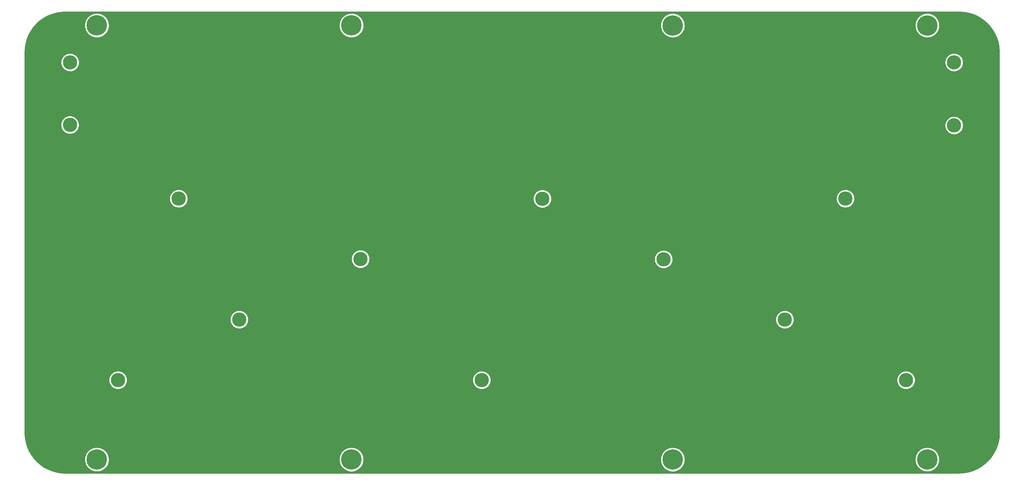
<source format=gbr>
G04 #@! TF.GenerationSoftware,KiCad,Pcbnew,5.1.6*
G04 #@! TF.CreationDate,2020-06-17T15:08:40+02:00*
G04 #@! TF.ProjectId,punk75_bottom,70756e6b-3735-45f6-926f-74746f6d2e6b,rev?*
G04 #@! TF.SameCoordinates,Original*
G04 #@! TF.FileFunction,Copper,L1,Top*
G04 #@! TF.FilePolarity,Positive*
%FSLAX46Y46*%
G04 Gerber Fmt 4.6, Leading zero omitted, Abs format (unit mm)*
G04 Created by KiCad (PCBNEW 5.1.6) date 2020-06-17 15:08:40*
%MOMM*%
%LPD*%
G01*
G04 APERTURE LIST*
G04 #@! TA.AperFunction,ComponentPad*
%ADD10C,6.400000*%
G04 #@! TD*
G04 #@! TA.AperFunction,ComponentPad*
%ADD11C,4.500000*%
G04 #@! TD*
G04 #@! TA.AperFunction,NonConductor*
%ADD12C,0.254000*%
G04 #@! TD*
G04 APERTURE END LIST*
D10*
X352750000Y-99500000D03*
X272750000Y-99500000D03*
X171760000Y-99480000D03*
X91750000Y-99480000D03*
X272750000Y-236130000D03*
X171770000Y-236120000D03*
X91760000Y-236110000D03*
X352740000Y-236110000D03*
D11*
X307975000Y-192087500D03*
X136525000Y-192087500D03*
X361156250Y-130968750D03*
X361156250Y-111125000D03*
X83312000Y-130810000D03*
X83343750Y-111125000D03*
X231775000Y-154051000D03*
X327025000Y-154000000D03*
X346075000Y-211137500D03*
X212725000Y-211137500D03*
X174625000Y-173037500D03*
X269875000Y-173101000D03*
X98425000Y-211137500D03*
X117475000Y-154010000D03*
D12*
G36*
X364136356Y-95310226D02*
G01*
X365507196Y-95538397D01*
X366844729Y-95915620D01*
X368132783Y-96437335D01*
X369355814Y-97097246D01*
X370499047Y-97887383D01*
X371548665Y-98798195D01*
X372491994Y-99818683D01*
X373317651Y-100936533D01*
X374015651Y-102138228D01*
X374577566Y-103409255D01*
X374996618Y-104734286D01*
X375267735Y-106097280D01*
X375388896Y-107496224D01*
X375395001Y-107884816D01*
X375395000Y-227715050D01*
X375317524Y-229122847D01*
X375089353Y-230493695D01*
X374712130Y-231831230D01*
X374190411Y-233119290D01*
X373530500Y-234342321D01*
X372740370Y-235485543D01*
X371829559Y-236535160D01*
X370809067Y-237478494D01*
X369691217Y-238304151D01*
X368489522Y-239002151D01*
X367218492Y-239564067D01*
X365893465Y-239983118D01*
X364530468Y-240254235D01*
X363131528Y-240375396D01*
X362742998Y-240381500D01*
X81781450Y-240381500D01*
X80373653Y-240304024D01*
X79002805Y-240075853D01*
X77665270Y-239698630D01*
X76377210Y-239176911D01*
X75154179Y-238517000D01*
X74010957Y-237726870D01*
X72961340Y-236816059D01*
X72018006Y-235795567D01*
X71971266Y-235732285D01*
X87925000Y-235732285D01*
X87925000Y-236487715D01*
X88072377Y-237228628D01*
X88361467Y-237926554D01*
X88781161Y-238554670D01*
X89315330Y-239088839D01*
X89943446Y-239508533D01*
X90641372Y-239797623D01*
X91382285Y-239945000D01*
X92137715Y-239945000D01*
X92878628Y-239797623D01*
X93576554Y-239508533D01*
X94204670Y-239088839D01*
X94738839Y-238554670D01*
X95158533Y-237926554D01*
X95447623Y-237228628D01*
X95595000Y-236487715D01*
X95595000Y-235742285D01*
X167935000Y-235742285D01*
X167935000Y-236497715D01*
X168082377Y-237238628D01*
X168371467Y-237936554D01*
X168791161Y-238564670D01*
X169325330Y-239098839D01*
X169953446Y-239518533D01*
X170651372Y-239807623D01*
X171392285Y-239955000D01*
X172147715Y-239955000D01*
X172888628Y-239807623D01*
X173586554Y-239518533D01*
X174214670Y-239098839D01*
X174748839Y-238564670D01*
X175168533Y-237936554D01*
X175457623Y-237238628D01*
X175605000Y-236497715D01*
X175605000Y-235752285D01*
X268915000Y-235752285D01*
X268915000Y-236507715D01*
X269062377Y-237248628D01*
X269351467Y-237946554D01*
X269771161Y-238574670D01*
X270305330Y-239108839D01*
X270933446Y-239528533D01*
X271631372Y-239817623D01*
X272372285Y-239965000D01*
X273127715Y-239965000D01*
X273868628Y-239817623D01*
X274566554Y-239528533D01*
X275194670Y-239108839D01*
X275728839Y-238574670D01*
X276148533Y-237946554D01*
X276437623Y-237248628D01*
X276585000Y-236507715D01*
X276585000Y-235752285D01*
X276581022Y-235732285D01*
X348905000Y-235732285D01*
X348905000Y-236487715D01*
X349052377Y-237228628D01*
X349341467Y-237926554D01*
X349761161Y-238554670D01*
X350295330Y-239088839D01*
X350923446Y-239508533D01*
X351621372Y-239797623D01*
X352362285Y-239945000D01*
X353117715Y-239945000D01*
X353858628Y-239797623D01*
X354556554Y-239508533D01*
X355184670Y-239088839D01*
X355718839Y-238554670D01*
X356138533Y-237926554D01*
X356427623Y-237228628D01*
X356575000Y-236487715D01*
X356575000Y-235732285D01*
X356427623Y-234991372D01*
X356138533Y-234293446D01*
X355718839Y-233665330D01*
X355184670Y-233131161D01*
X354556554Y-232711467D01*
X353858628Y-232422377D01*
X353117715Y-232275000D01*
X352362285Y-232275000D01*
X351621372Y-232422377D01*
X350923446Y-232711467D01*
X350295330Y-233131161D01*
X349761161Y-233665330D01*
X349341467Y-234293446D01*
X349052377Y-234991372D01*
X348905000Y-235732285D01*
X276581022Y-235732285D01*
X276437623Y-235011372D01*
X276148533Y-234313446D01*
X275728839Y-233685330D01*
X275194670Y-233151161D01*
X274566554Y-232731467D01*
X273868628Y-232442377D01*
X273127715Y-232295000D01*
X272372285Y-232295000D01*
X271631372Y-232442377D01*
X270933446Y-232731467D01*
X270305330Y-233151161D01*
X269771161Y-233685330D01*
X269351467Y-234313446D01*
X269062377Y-235011372D01*
X268915000Y-235752285D01*
X175605000Y-235752285D01*
X175605000Y-235742285D01*
X175457623Y-235001372D01*
X175168533Y-234303446D01*
X174748839Y-233675330D01*
X174214670Y-233141161D01*
X173586554Y-232721467D01*
X172888628Y-232432377D01*
X172147715Y-232285000D01*
X171392285Y-232285000D01*
X170651372Y-232432377D01*
X169953446Y-232721467D01*
X169325330Y-233141161D01*
X168791161Y-233675330D01*
X168371467Y-234303446D01*
X168082377Y-235001372D01*
X167935000Y-235742285D01*
X95595000Y-235742285D01*
X95595000Y-235732285D01*
X95447623Y-234991372D01*
X95158533Y-234293446D01*
X94738839Y-233665330D01*
X94204670Y-233131161D01*
X93576554Y-232711467D01*
X92878628Y-232422377D01*
X92137715Y-232275000D01*
X91382285Y-232275000D01*
X90641372Y-232422377D01*
X89943446Y-232711467D01*
X89315330Y-233131161D01*
X88781161Y-233665330D01*
X88361467Y-234293446D01*
X88072377Y-234991372D01*
X87925000Y-235732285D01*
X71971266Y-235732285D01*
X71192349Y-234677717D01*
X70494349Y-233476022D01*
X69932433Y-232204992D01*
X69513382Y-230879965D01*
X69242265Y-229516968D01*
X69121104Y-228118028D01*
X69115000Y-227729498D01*
X69115000Y-210853352D01*
X95540000Y-210853352D01*
X95540000Y-211421648D01*
X95650869Y-211979023D01*
X95868346Y-212504060D01*
X96184074Y-212976580D01*
X96585920Y-213378426D01*
X97058440Y-213694154D01*
X97583477Y-213911631D01*
X98140852Y-214022500D01*
X98709148Y-214022500D01*
X99266523Y-213911631D01*
X99791560Y-213694154D01*
X100264080Y-213378426D01*
X100665926Y-212976580D01*
X100981654Y-212504060D01*
X101199131Y-211979023D01*
X101310000Y-211421648D01*
X101310000Y-210853352D01*
X209840000Y-210853352D01*
X209840000Y-211421648D01*
X209950869Y-211979023D01*
X210168346Y-212504060D01*
X210484074Y-212976580D01*
X210885920Y-213378426D01*
X211358440Y-213694154D01*
X211883477Y-213911631D01*
X212440852Y-214022500D01*
X213009148Y-214022500D01*
X213566523Y-213911631D01*
X214091560Y-213694154D01*
X214564080Y-213378426D01*
X214965926Y-212976580D01*
X215281654Y-212504060D01*
X215499131Y-211979023D01*
X215610000Y-211421648D01*
X215610000Y-210853352D01*
X343190000Y-210853352D01*
X343190000Y-211421648D01*
X343300869Y-211979023D01*
X343518346Y-212504060D01*
X343834074Y-212976580D01*
X344235920Y-213378426D01*
X344708440Y-213694154D01*
X345233477Y-213911631D01*
X345790852Y-214022500D01*
X346359148Y-214022500D01*
X346916523Y-213911631D01*
X347441560Y-213694154D01*
X347914080Y-213378426D01*
X348315926Y-212976580D01*
X348631654Y-212504060D01*
X348849131Y-211979023D01*
X348960000Y-211421648D01*
X348960000Y-210853352D01*
X348849131Y-210295977D01*
X348631654Y-209770940D01*
X348315926Y-209298420D01*
X347914080Y-208896574D01*
X347441560Y-208580846D01*
X346916523Y-208363369D01*
X346359148Y-208252500D01*
X345790852Y-208252500D01*
X345233477Y-208363369D01*
X344708440Y-208580846D01*
X344235920Y-208896574D01*
X343834074Y-209298420D01*
X343518346Y-209770940D01*
X343300869Y-210295977D01*
X343190000Y-210853352D01*
X215610000Y-210853352D01*
X215499131Y-210295977D01*
X215281654Y-209770940D01*
X214965926Y-209298420D01*
X214564080Y-208896574D01*
X214091560Y-208580846D01*
X213566523Y-208363369D01*
X213009148Y-208252500D01*
X212440852Y-208252500D01*
X211883477Y-208363369D01*
X211358440Y-208580846D01*
X210885920Y-208896574D01*
X210484074Y-209298420D01*
X210168346Y-209770940D01*
X209950869Y-210295977D01*
X209840000Y-210853352D01*
X101310000Y-210853352D01*
X101199131Y-210295977D01*
X100981654Y-209770940D01*
X100665926Y-209298420D01*
X100264080Y-208896574D01*
X99791560Y-208580846D01*
X99266523Y-208363369D01*
X98709148Y-208252500D01*
X98140852Y-208252500D01*
X97583477Y-208363369D01*
X97058440Y-208580846D01*
X96585920Y-208896574D01*
X96184074Y-209298420D01*
X95868346Y-209770940D01*
X95650869Y-210295977D01*
X95540000Y-210853352D01*
X69115000Y-210853352D01*
X69115000Y-191803352D01*
X133640000Y-191803352D01*
X133640000Y-192371648D01*
X133750869Y-192929023D01*
X133968346Y-193454060D01*
X134284074Y-193926580D01*
X134685920Y-194328426D01*
X135158440Y-194644154D01*
X135683477Y-194861631D01*
X136240852Y-194972500D01*
X136809148Y-194972500D01*
X137366523Y-194861631D01*
X137891560Y-194644154D01*
X138364080Y-194328426D01*
X138765926Y-193926580D01*
X139081654Y-193454060D01*
X139299131Y-192929023D01*
X139410000Y-192371648D01*
X139410000Y-191803352D01*
X305090000Y-191803352D01*
X305090000Y-192371648D01*
X305200869Y-192929023D01*
X305418346Y-193454060D01*
X305734074Y-193926580D01*
X306135920Y-194328426D01*
X306608440Y-194644154D01*
X307133477Y-194861631D01*
X307690852Y-194972500D01*
X308259148Y-194972500D01*
X308816523Y-194861631D01*
X309341560Y-194644154D01*
X309814080Y-194328426D01*
X310215926Y-193926580D01*
X310531654Y-193454060D01*
X310749131Y-192929023D01*
X310860000Y-192371648D01*
X310860000Y-191803352D01*
X310749131Y-191245977D01*
X310531654Y-190720940D01*
X310215926Y-190248420D01*
X309814080Y-189846574D01*
X309341560Y-189530846D01*
X308816523Y-189313369D01*
X308259148Y-189202500D01*
X307690852Y-189202500D01*
X307133477Y-189313369D01*
X306608440Y-189530846D01*
X306135920Y-189846574D01*
X305734074Y-190248420D01*
X305418346Y-190720940D01*
X305200869Y-191245977D01*
X305090000Y-191803352D01*
X139410000Y-191803352D01*
X139299131Y-191245977D01*
X139081654Y-190720940D01*
X138765926Y-190248420D01*
X138364080Y-189846574D01*
X137891560Y-189530846D01*
X137366523Y-189313369D01*
X136809148Y-189202500D01*
X136240852Y-189202500D01*
X135683477Y-189313369D01*
X135158440Y-189530846D01*
X134685920Y-189846574D01*
X134284074Y-190248420D01*
X133968346Y-190720940D01*
X133750869Y-191245977D01*
X133640000Y-191803352D01*
X69115000Y-191803352D01*
X69115000Y-172753352D01*
X171740000Y-172753352D01*
X171740000Y-173321648D01*
X171850869Y-173879023D01*
X172068346Y-174404060D01*
X172384074Y-174876580D01*
X172785920Y-175278426D01*
X173258440Y-175594154D01*
X173783477Y-175811631D01*
X174340852Y-175922500D01*
X174909148Y-175922500D01*
X175466523Y-175811631D01*
X175991560Y-175594154D01*
X176464080Y-175278426D01*
X176865926Y-174876580D01*
X177181654Y-174404060D01*
X177399131Y-173879023D01*
X177510000Y-173321648D01*
X177510000Y-172816852D01*
X266990000Y-172816852D01*
X266990000Y-173385148D01*
X267100869Y-173942523D01*
X267318346Y-174467560D01*
X267634074Y-174940080D01*
X268035920Y-175341926D01*
X268508440Y-175657654D01*
X269033477Y-175875131D01*
X269590852Y-175986000D01*
X270159148Y-175986000D01*
X270716523Y-175875131D01*
X271241560Y-175657654D01*
X271714080Y-175341926D01*
X272115926Y-174940080D01*
X272431654Y-174467560D01*
X272649131Y-173942523D01*
X272760000Y-173385148D01*
X272760000Y-172816852D01*
X272649131Y-172259477D01*
X272431654Y-171734440D01*
X272115926Y-171261920D01*
X271714080Y-170860074D01*
X271241560Y-170544346D01*
X270716523Y-170326869D01*
X270159148Y-170216000D01*
X269590852Y-170216000D01*
X269033477Y-170326869D01*
X268508440Y-170544346D01*
X268035920Y-170860074D01*
X267634074Y-171261920D01*
X267318346Y-171734440D01*
X267100869Y-172259477D01*
X266990000Y-172816852D01*
X177510000Y-172816852D01*
X177510000Y-172753352D01*
X177399131Y-172195977D01*
X177181654Y-171670940D01*
X176865926Y-171198420D01*
X176464080Y-170796574D01*
X175991560Y-170480846D01*
X175466523Y-170263369D01*
X174909148Y-170152500D01*
X174340852Y-170152500D01*
X173783477Y-170263369D01*
X173258440Y-170480846D01*
X172785920Y-170796574D01*
X172384074Y-171198420D01*
X172068346Y-171670940D01*
X171850869Y-172195977D01*
X171740000Y-172753352D01*
X69115000Y-172753352D01*
X69115000Y-153725852D01*
X114590000Y-153725852D01*
X114590000Y-154294148D01*
X114700869Y-154851523D01*
X114918346Y-155376560D01*
X115234074Y-155849080D01*
X115635920Y-156250926D01*
X116108440Y-156566654D01*
X116633477Y-156784131D01*
X117190852Y-156895000D01*
X117759148Y-156895000D01*
X118316523Y-156784131D01*
X118841560Y-156566654D01*
X119314080Y-156250926D01*
X119715926Y-155849080D01*
X120031654Y-155376560D01*
X120249131Y-154851523D01*
X120360000Y-154294148D01*
X120360000Y-153766852D01*
X228890000Y-153766852D01*
X228890000Y-154335148D01*
X229000869Y-154892523D01*
X229218346Y-155417560D01*
X229534074Y-155890080D01*
X229935920Y-156291926D01*
X230408440Y-156607654D01*
X230933477Y-156825131D01*
X231490852Y-156936000D01*
X232059148Y-156936000D01*
X232616523Y-156825131D01*
X233141560Y-156607654D01*
X233614080Y-156291926D01*
X234015926Y-155890080D01*
X234331654Y-155417560D01*
X234549131Y-154892523D01*
X234660000Y-154335148D01*
X234660000Y-153766852D01*
X234649856Y-153715852D01*
X324140000Y-153715852D01*
X324140000Y-154284148D01*
X324250869Y-154841523D01*
X324468346Y-155366560D01*
X324784074Y-155839080D01*
X325185920Y-156240926D01*
X325658440Y-156556654D01*
X326183477Y-156774131D01*
X326740852Y-156885000D01*
X327309148Y-156885000D01*
X327866523Y-156774131D01*
X328391560Y-156556654D01*
X328864080Y-156240926D01*
X329265926Y-155839080D01*
X329581654Y-155366560D01*
X329799131Y-154841523D01*
X329910000Y-154284148D01*
X329910000Y-153715852D01*
X329799131Y-153158477D01*
X329581654Y-152633440D01*
X329265926Y-152160920D01*
X328864080Y-151759074D01*
X328391560Y-151443346D01*
X327866523Y-151225869D01*
X327309148Y-151115000D01*
X326740852Y-151115000D01*
X326183477Y-151225869D01*
X325658440Y-151443346D01*
X325185920Y-151759074D01*
X324784074Y-152160920D01*
X324468346Y-152633440D01*
X324250869Y-153158477D01*
X324140000Y-153715852D01*
X234649856Y-153715852D01*
X234549131Y-153209477D01*
X234331654Y-152684440D01*
X234015926Y-152211920D01*
X233614080Y-151810074D01*
X233141560Y-151494346D01*
X232616523Y-151276869D01*
X232059148Y-151166000D01*
X231490852Y-151166000D01*
X230933477Y-151276869D01*
X230408440Y-151494346D01*
X229935920Y-151810074D01*
X229534074Y-152211920D01*
X229218346Y-152684440D01*
X229000869Y-153209477D01*
X228890000Y-153766852D01*
X120360000Y-153766852D01*
X120360000Y-153725852D01*
X120249131Y-153168477D01*
X120031654Y-152643440D01*
X119715926Y-152170920D01*
X119314080Y-151769074D01*
X118841560Y-151453346D01*
X118316523Y-151235869D01*
X117759148Y-151125000D01*
X117190852Y-151125000D01*
X116633477Y-151235869D01*
X116108440Y-151453346D01*
X115635920Y-151769074D01*
X115234074Y-152170920D01*
X114918346Y-152643440D01*
X114700869Y-153168477D01*
X114590000Y-153725852D01*
X69115000Y-153725852D01*
X69115000Y-130525852D01*
X80427000Y-130525852D01*
X80427000Y-131094148D01*
X80537869Y-131651523D01*
X80755346Y-132176560D01*
X81071074Y-132649080D01*
X81472920Y-133050926D01*
X81945440Y-133366654D01*
X82470477Y-133584131D01*
X83027852Y-133695000D01*
X83596148Y-133695000D01*
X84153523Y-133584131D01*
X84678560Y-133366654D01*
X85151080Y-133050926D01*
X85552926Y-132649080D01*
X85868654Y-132176560D01*
X86086131Y-131651523D01*
X86197000Y-131094148D01*
X86197000Y-130684602D01*
X358271250Y-130684602D01*
X358271250Y-131252898D01*
X358382119Y-131810273D01*
X358599596Y-132335310D01*
X358915324Y-132807830D01*
X359317170Y-133209676D01*
X359789690Y-133525404D01*
X360314727Y-133742881D01*
X360872102Y-133853750D01*
X361440398Y-133853750D01*
X361997773Y-133742881D01*
X362522810Y-133525404D01*
X362995330Y-133209676D01*
X363397176Y-132807830D01*
X363712904Y-132335310D01*
X363930381Y-131810273D01*
X364041250Y-131252898D01*
X364041250Y-130684602D01*
X363930381Y-130127227D01*
X363712904Y-129602190D01*
X363397176Y-129129670D01*
X362995330Y-128727824D01*
X362522810Y-128412096D01*
X361997773Y-128194619D01*
X361440398Y-128083750D01*
X360872102Y-128083750D01*
X360314727Y-128194619D01*
X359789690Y-128412096D01*
X359317170Y-128727824D01*
X358915324Y-129129670D01*
X358599596Y-129602190D01*
X358382119Y-130127227D01*
X358271250Y-130684602D01*
X86197000Y-130684602D01*
X86197000Y-130525852D01*
X86086131Y-129968477D01*
X85868654Y-129443440D01*
X85552926Y-128970920D01*
X85151080Y-128569074D01*
X84678560Y-128253346D01*
X84153523Y-128035869D01*
X83596148Y-127925000D01*
X83027852Y-127925000D01*
X82470477Y-128035869D01*
X81945440Y-128253346D01*
X81472920Y-128569074D01*
X81071074Y-128970920D01*
X80755346Y-129443440D01*
X80537869Y-129968477D01*
X80427000Y-130525852D01*
X69115000Y-130525852D01*
X69115000Y-110840852D01*
X80458750Y-110840852D01*
X80458750Y-111409148D01*
X80569619Y-111966523D01*
X80787096Y-112491560D01*
X81102824Y-112964080D01*
X81504670Y-113365926D01*
X81977190Y-113681654D01*
X82502227Y-113899131D01*
X83059602Y-114010000D01*
X83627898Y-114010000D01*
X84185273Y-113899131D01*
X84710310Y-113681654D01*
X85182830Y-113365926D01*
X85584676Y-112964080D01*
X85900404Y-112491560D01*
X86117881Y-111966523D01*
X86228750Y-111409148D01*
X86228750Y-110840852D01*
X358271250Y-110840852D01*
X358271250Y-111409148D01*
X358382119Y-111966523D01*
X358599596Y-112491560D01*
X358915324Y-112964080D01*
X359317170Y-113365926D01*
X359789690Y-113681654D01*
X360314727Y-113899131D01*
X360872102Y-114010000D01*
X361440398Y-114010000D01*
X361997773Y-113899131D01*
X362522810Y-113681654D01*
X362995330Y-113365926D01*
X363397176Y-112964080D01*
X363712904Y-112491560D01*
X363930381Y-111966523D01*
X364041250Y-111409148D01*
X364041250Y-110840852D01*
X363930381Y-110283477D01*
X363712904Y-109758440D01*
X363397176Y-109285920D01*
X362995330Y-108884074D01*
X362522810Y-108568346D01*
X361997773Y-108350869D01*
X361440398Y-108240000D01*
X360872102Y-108240000D01*
X360314727Y-108350869D01*
X359789690Y-108568346D01*
X359317170Y-108884074D01*
X358915324Y-109285920D01*
X358599596Y-109758440D01*
X358382119Y-110283477D01*
X358271250Y-110840852D01*
X86228750Y-110840852D01*
X86117881Y-110283477D01*
X85900404Y-109758440D01*
X85584676Y-109285920D01*
X85182830Y-108884074D01*
X84710310Y-108568346D01*
X84185273Y-108350869D01*
X83627898Y-108240000D01*
X83059602Y-108240000D01*
X82502227Y-108350869D01*
X81977190Y-108568346D01*
X81504670Y-108884074D01*
X81102824Y-109285920D01*
X80787096Y-109758440D01*
X80569619Y-110283477D01*
X80458750Y-110840852D01*
X69115000Y-110840852D01*
X69115000Y-107899200D01*
X69192476Y-106491394D01*
X69420647Y-105120554D01*
X69797870Y-103783021D01*
X70319585Y-102494967D01*
X70979496Y-101271936D01*
X71769633Y-100128703D01*
X72660313Y-99102285D01*
X87915000Y-99102285D01*
X87915000Y-99857715D01*
X88062377Y-100598628D01*
X88351467Y-101296554D01*
X88771161Y-101924670D01*
X89305330Y-102458839D01*
X89933446Y-102878533D01*
X90631372Y-103167623D01*
X91372285Y-103315000D01*
X92127715Y-103315000D01*
X92868628Y-103167623D01*
X93566554Y-102878533D01*
X94194670Y-102458839D01*
X94728839Y-101924670D01*
X95148533Y-101296554D01*
X95437623Y-100598628D01*
X95585000Y-99857715D01*
X95585000Y-99102285D01*
X167925000Y-99102285D01*
X167925000Y-99857715D01*
X168072377Y-100598628D01*
X168361467Y-101296554D01*
X168781161Y-101924670D01*
X169315330Y-102458839D01*
X169943446Y-102878533D01*
X170641372Y-103167623D01*
X171382285Y-103315000D01*
X172137715Y-103315000D01*
X172878628Y-103167623D01*
X173576554Y-102878533D01*
X174204670Y-102458839D01*
X174738839Y-101924670D01*
X175158533Y-101296554D01*
X175447623Y-100598628D01*
X175595000Y-99857715D01*
X175595000Y-99122285D01*
X268915000Y-99122285D01*
X268915000Y-99877715D01*
X269062377Y-100618628D01*
X269351467Y-101316554D01*
X269771161Y-101944670D01*
X270305330Y-102478839D01*
X270933446Y-102898533D01*
X271631372Y-103187623D01*
X272372285Y-103335000D01*
X273127715Y-103335000D01*
X273868628Y-103187623D01*
X274566554Y-102898533D01*
X275194670Y-102478839D01*
X275728839Y-101944670D01*
X276148533Y-101316554D01*
X276437623Y-100618628D01*
X276585000Y-99877715D01*
X276585000Y-99122285D01*
X348915000Y-99122285D01*
X348915000Y-99877715D01*
X349062377Y-100618628D01*
X349351467Y-101316554D01*
X349771161Y-101944670D01*
X350305330Y-102478839D01*
X350933446Y-102898533D01*
X351631372Y-103187623D01*
X352372285Y-103335000D01*
X353127715Y-103335000D01*
X353868628Y-103187623D01*
X354566554Y-102898533D01*
X355194670Y-102478839D01*
X355728839Y-101944670D01*
X356148533Y-101316554D01*
X356437623Y-100618628D01*
X356585000Y-99877715D01*
X356585000Y-99122285D01*
X356437623Y-98381372D01*
X356148533Y-97683446D01*
X355728839Y-97055330D01*
X355194670Y-96521161D01*
X354566554Y-96101467D01*
X353868628Y-95812377D01*
X353127715Y-95665000D01*
X352372285Y-95665000D01*
X351631372Y-95812377D01*
X350933446Y-96101467D01*
X350305330Y-96521161D01*
X349771161Y-97055330D01*
X349351467Y-97683446D01*
X349062377Y-98381372D01*
X348915000Y-99122285D01*
X276585000Y-99122285D01*
X276437623Y-98381372D01*
X276148533Y-97683446D01*
X275728839Y-97055330D01*
X275194670Y-96521161D01*
X274566554Y-96101467D01*
X273868628Y-95812377D01*
X273127715Y-95665000D01*
X272372285Y-95665000D01*
X271631372Y-95812377D01*
X270933446Y-96101467D01*
X270305330Y-96521161D01*
X269771161Y-97055330D01*
X269351467Y-97683446D01*
X269062377Y-98381372D01*
X268915000Y-99122285D01*
X175595000Y-99122285D01*
X175595000Y-99102285D01*
X175447623Y-98361372D01*
X175158533Y-97663446D01*
X174738839Y-97035330D01*
X174204670Y-96501161D01*
X173576554Y-96081467D01*
X172878628Y-95792377D01*
X172137715Y-95645000D01*
X171382285Y-95645000D01*
X170641372Y-95792377D01*
X169943446Y-96081467D01*
X169315330Y-96501161D01*
X168781161Y-97035330D01*
X168361467Y-97663446D01*
X168072377Y-98361372D01*
X167925000Y-99102285D01*
X95585000Y-99102285D01*
X95437623Y-98361372D01*
X95148533Y-97663446D01*
X94728839Y-97035330D01*
X94194670Y-96501161D01*
X93566554Y-96081467D01*
X92868628Y-95792377D01*
X92127715Y-95645000D01*
X91372285Y-95645000D01*
X90631372Y-95792377D01*
X89933446Y-96081467D01*
X89305330Y-96501161D01*
X88771161Y-97035330D01*
X88351467Y-97663446D01*
X88062377Y-98361372D01*
X87915000Y-99102285D01*
X72660313Y-99102285D01*
X72680445Y-99079085D01*
X73700933Y-98135756D01*
X74818783Y-97310099D01*
X76020478Y-96612099D01*
X77291505Y-96050184D01*
X78616536Y-95631132D01*
X79979530Y-95360015D01*
X81378474Y-95238854D01*
X81767002Y-95232750D01*
X362728550Y-95232750D01*
X364136356Y-95310226D01*
G37*
X364136356Y-95310226D02*
X365507196Y-95538397D01*
X366844729Y-95915620D01*
X368132783Y-96437335D01*
X369355814Y-97097246D01*
X370499047Y-97887383D01*
X371548665Y-98798195D01*
X372491994Y-99818683D01*
X373317651Y-100936533D01*
X374015651Y-102138228D01*
X374577566Y-103409255D01*
X374996618Y-104734286D01*
X375267735Y-106097280D01*
X375388896Y-107496224D01*
X375395001Y-107884816D01*
X375395000Y-227715050D01*
X375317524Y-229122847D01*
X375089353Y-230493695D01*
X374712130Y-231831230D01*
X374190411Y-233119290D01*
X373530500Y-234342321D01*
X372740370Y-235485543D01*
X371829559Y-236535160D01*
X370809067Y-237478494D01*
X369691217Y-238304151D01*
X368489522Y-239002151D01*
X367218492Y-239564067D01*
X365893465Y-239983118D01*
X364530468Y-240254235D01*
X363131528Y-240375396D01*
X362742998Y-240381500D01*
X81781450Y-240381500D01*
X80373653Y-240304024D01*
X79002805Y-240075853D01*
X77665270Y-239698630D01*
X76377210Y-239176911D01*
X75154179Y-238517000D01*
X74010957Y-237726870D01*
X72961340Y-236816059D01*
X72018006Y-235795567D01*
X71971266Y-235732285D01*
X87925000Y-235732285D01*
X87925000Y-236487715D01*
X88072377Y-237228628D01*
X88361467Y-237926554D01*
X88781161Y-238554670D01*
X89315330Y-239088839D01*
X89943446Y-239508533D01*
X90641372Y-239797623D01*
X91382285Y-239945000D01*
X92137715Y-239945000D01*
X92878628Y-239797623D01*
X93576554Y-239508533D01*
X94204670Y-239088839D01*
X94738839Y-238554670D01*
X95158533Y-237926554D01*
X95447623Y-237228628D01*
X95595000Y-236487715D01*
X95595000Y-235742285D01*
X167935000Y-235742285D01*
X167935000Y-236497715D01*
X168082377Y-237238628D01*
X168371467Y-237936554D01*
X168791161Y-238564670D01*
X169325330Y-239098839D01*
X169953446Y-239518533D01*
X170651372Y-239807623D01*
X171392285Y-239955000D01*
X172147715Y-239955000D01*
X172888628Y-239807623D01*
X173586554Y-239518533D01*
X174214670Y-239098839D01*
X174748839Y-238564670D01*
X175168533Y-237936554D01*
X175457623Y-237238628D01*
X175605000Y-236497715D01*
X175605000Y-235752285D01*
X268915000Y-235752285D01*
X268915000Y-236507715D01*
X269062377Y-237248628D01*
X269351467Y-237946554D01*
X269771161Y-238574670D01*
X270305330Y-239108839D01*
X270933446Y-239528533D01*
X271631372Y-239817623D01*
X272372285Y-239965000D01*
X273127715Y-239965000D01*
X273868628Y-239817623D01*
X274566554Y-239528533D01*
X275194670Y-239108839D01*
X275728839Y-238574670D01*
X276148533Y-237946554D01*
X276437623Y-237248628D01*
X276585000Y-236507715D01*
X276585000Y-235752285D01*
X276581022Y-235732285D01*
X348905000Y-235732285D01*
X348905000Y-236487715D01*
X349052377Y-237228628D01*
X349341467Y-237926554D01*
X349761161Y-238554670D01*
X350295330Y-239088839D01*
X350923446Y-239508533D01*
X351621372Y-239797623D01*
X352362285Y-239945000D01*
X353117715Y-239945000D01*
X353858628Y-239797623D01*
X354556554Y-239508533D01*
X355184670Y-239088839D01*
X355718839Y-238554670D01*
X356138533Y-237926554D01*
X356427623Y-237228628D01*
X356575000Y-236487715D01*
X356575000Y-235732285D01*
X356427623Y-234991372D01*
X356138533Y-234293446D01*
X355718839Y-233665330D01*
X355184670Y-233131161D01*
X354556554Y-232711467D01*
X353858628Y-232422377D01*
X353117715Y-232275000D01*
X352362285Y-232275000D01*
X351621372Y-232422377D01*
X350923446Y-232711467D01*
X350295330Y-233131161D01*
X349761161Y-233665330D01*
X349341467Y-234293446D01*
X349052377Y-234991372D01*
X348905000Y-235732285D01*
X276581022Y-235732285D01*
X276437623Y-235011372D01*
X276148533Y-234313446D01*
X275728839Y-233685330D01*
X275194670Y-233151161D01*
X274566554Y-232731467D01*
X273868628Y-232442377D01*
X273127715Y-232295000D01*
X272372285Y-232295000D01*
X271631372Y-232442377D01*
X270933446Y-232731467D01*
X270305330Y-233151161D01*
X269771161Y-233685330D01*
X269351467Y-234313446D01*
X269062377Y-235011372D01*
X268915000Y-235752285D01*
X175605000Y-235752285D01*
X175605000Y-235742285D01*
X175457623Y-235001372D01*
X175168533Y-234303446D01*
X174748839Y-233675330D01*
X174214670Y-233141161D01*
X173586554Y-232721467D01*
X172888628Y-232432377D01*
X172147715Y-232285000D01*
X171392285Y-232285000D01*
X170651372Y-232432377D01*
X169953446Y-232721467D01*
X169325330Y-233141161D01*
X168791161Y-233675330D01*
X168371467Y-234303446D01*
X168082377Y-235001372D01*
X167935000Y-235742285D01*
X95595000Y-235742285D01*
X95595000Y-235732285D01*
X95447623Y-234991372D01*
X95158533Y-234293446D01*
X94738839Y-233665330D01*
X94204670Y-233131161D01*
X93576554Y-232711467D01*
X92878628Y-232422377D01*
X92137715Y-232275000D01*
X91382285Y-232275000D01*
X90641372Y-232422377D01*
X89943446Y-232711467D01*
X89315330Y-233131161D01*
X88781161Y-233665330D01*
X88361467Y-234293446D01*
X88072377Y-234991372D01*
X87925000Y-235732285D01*
X71971266Y-235732285D01*
X71192349Y-234677717D01*
X70494349Y-233476022D01*
X69932433Y-232204992D01*
X69513382Y-230879965D01*
X69242265Y-229516968D01*
X69121104Y-228118028D01*
X69115000Y-227729498D01*
X69115000Y-210853352D01*
X95540000Y-210853352D01*
X95540000Y-211421648D01*
X95650869Y-211979023D01*
X95868346Y-212504060D01*
X96184074Y-212976580D01*
X96585920Y-213378426D01*
X97058440Y-213694154D01*
X97583477Y-213911631D01*
X98140852Y-214022500D01*
X98709148Y-214022500D01*
X99266523Y-213911631D01*
X99791560Y-213694154D01*
X100264080Y-213378426D01*
X100665926Y-212976580D01*
X100981654Y-212504060D01*
X101199131Y-211979023D01*
X101310000Y-211421648D01*
X101310000Y-210853352D01*
X209840000Y-210853352D01*
X209840000Y-211421648D01*
X209950869Y-211979023D01*
X210168346Y-212504060D01*
X210484074Y-212976580D01*
X210885920Y-213378426D01*
X211358440Y-213694154D01*
X211883477Y-213911631D01*
X212440852Y-214022500D01*
X213009148Y-214022500D01*
X213566523Y-213911631D01*
X214091560Y-213694154D01*
X214564080Y-213378426D01*
X214965926Y-212976580D01*
X215281654Y-212504060D01*
X215499131Y-211979023D01*
X215610000Y-211421648D01*
X215610000Y-210853352D01*
X343190000Y-210853352D01*
X343190000Y-211421648D01*
X343300869Y-211979023D01*
X343518346Y-212504060D01*
X343834074Y-212976580D01*
X344235920Y-213378426D01*
X344708440Y-213694154D01*
X345233477Y-213911631D01*
X345790852Y-214022500D01*
X346359148Y-214022500D01*
X346916523Y-213911631D01*
X347441560Y-213694154D01*
X347914080Y-213378426D01*
X348315926Y-212976580D01*
X348631654Y-212504060D01*
X348849131Y-211979023D01*
X348960000Y-211421648D01*
X348960000Y-210853352D01*
X348849131Y-210295977D01*
X348631654Y-209770940D01*
X348315926Y-209298420D01*
X347914080Y-208896574D01*
X347441560Y-208580846D01*
X346916523Y-208363369D01*
X346359148Y-208252500D01*
X345790852Y-208252500D01*
X345233477Y-208363369D01*
X344708440Y-208580846D01*
X344235920Y-208896574D01*
X343834074Y-209298420D01*
X343518346Y-209770940D01*
X343300869Y-210295977D01*
X343190000Y-210853352D01*
X215610000Y-210853352D01*
X215499131Y-210295977D01*
X215281654Y-209770940D01*
X214965926Y-209298420D01*
X214564080Y-208896574D01*
X214091560Y-208580846D01*
X213566523Y-208363369D01*
X213009148Y-208252500D01*
X212440852Y-208252500D01*
X211883477Y-208363369D01*
X211358440Y-208580846D01*
X210885920Y-208896574D01*
X210484074Y-209298420D01*
X210168346Y-209770940D01*
X209950869Y-210295977D01*
X209840000Y-210853352D01*
X101310000Y-210853352D01*
X101199131Y-210295977D01*
X100981654Y-209770940D01*
X100665926Y-209298420D01*
X100264080Y-208896574D01*
X99791560Y-208580846D01*
X99266523Y-208363369D01*
X98709148Y-208252500D01*
X98140852Y-208252500D01*
X97583477Y-208363369D01*
X97058440Y-208580846D01*
X96585920Y-208896574D01*
X96184074Y-209298420D01*
X95868346Y-209770940D01*
X95650869Y-210295977D01*
X95540000Y-210853352D01*
X69115000Y-210853352D01*
X69115000Y-191803352D01*
X133640000Y-191803352D01*
X133640000Y-192371648D01*
X133750869Y-192929023D01*
X133968346Y-193454060D01*
X134284074Y-193926580D01*
X134685920Y-194328426D01*
X135158440Y-194644154D01*
X135683477Y-194861631D01*
X136240852Y-194972500D01*
X136809148Y-194972500D01*
X137366523Y-194861631D01*
X137891560Y-194644154D01*
X138364080Y-194328426D01*
X138765926Y-193926580D01*
X139081654Y-193454060D01*
X139299131Y-192929023D01*
X139410000Y-192371648D01*
X139410000Y-191803352D01*
X305090000Y-191803352D01*
X305090000Y-192371648D01*
X305200869Y-192929023D01*
X305418346Y-193454060D01*
X305734074Y-193926580D01*
X306135920Y-194328426D01*
X306608440Y-194644154D01*
X307133477Y-194861631D01*
X307690852Y-194972500D01*
X308259148Y-194972500D01*
X308816523Y-194861631D01*
X309341560Y-194644154D01*
X309814080Y-194328426D01*
X310215926Y-193926580D01*
X310531654Y-193454060D01*
X310749131Y-192929023D01*
X310860000Y-192371648D01*
X310860000Y-191803352D01*
X310749131Y-191245977D01*
X310531654Y-190720940D01*
X310215926Y-190248420D01*
X309814080Y-189846574D01*
X309341560Y-189530846D01*
X308816523Y-189313369D01*
X308259148Y-189202500D01*
X307690852Y-189202500D01*
X307133477Y-189313369D01*
X306608440Y-189530846D01*
X306135920Y-189846574D01*
X305734074Y-190248420D01*
X305418346Y-190720940D01*
X305200869Y-191245977D01*
X305090000Y-191803352D01*
X139410000Y-191803352D01*
X139299131Y-191245977D01*
X139081654Y-190720940D01*
X138765926Y-190248420D01*
X138364080Y-189846574D01*
X137891560Y-189530846D01*
X137366523Y-189313369D01*
X136809148Y-189202500D01*
X136240852Y-189202500D01*
X135683477Y-189313369D01*
X135158440Y-189530846D01*
X134685920Y-189846574D01*
X134284074Y-190248420D01*
X133968346Y-190720940D01*
X133750869Y-191245977D01*
X133640000Y-191803352D01*
X69115000Y-191803352D01*
X69115000Y-172753352D01*
X171740000Y-172753352D01*
X171740000Y-173321648D01*
X171850869Y-173879023D01*
X172068346Y-174404060D01*
X172384074Y-174876580D01*
X172785920Y-175278426D01*
X173258440Y-175594154D01*
X173783477Y-175811631D01*
X174340852Y-175922500D01*
X174909148Y-175922500D01*
X175466523Y-175811631D01*
X175991560Y-175594154D01*
X176464080Y-175278426D01*
X176865926Y-174876580D01*
X177181654Y-174404060D01*
X177399131Y-173879023D01*
X177510000Y-173321648D01*
X177510000Y-172816852D01*
X266990000Y-172816852D01*
X266990000Y-173385148D01*
X267100869Y-173942523D01*
X267318346Y-174467560D01*
X267634074Y-174940080D01*
X268035920Y-175341926D01*
X268508440Y-175657654D01*
X269033477Y-175875131D01*
X269590852Y-175986000D01*
X270159148Y-175986000D01*
X270716523Y-175875131D01*
X271241560Y-175657654D01*
X271714080Y-175341926D01*
X272115926Y-174940080D01*
X272431654Y-174467560D01*
X272649131Y-173942523D01*
X272760000Y-173385148D01*
X272760000Y-172816852D01*
X272649131Y-172259477D01*
X272431654Y-171734440D01*
X272115926Y-171261920D01*
X271714080Y-170860074D01*
X271241560Y-170544346D01*
X270716523Y-170326869D01*
X270159148Y-170216000D01*
X269590852Y-170216000D01*
X269033477Y-170326869D01*
X268508440Y-170544346D01*
X268035920Y-170860074D01*
X267634074Y-171261920D01*
X267318346Y-171734440D01*
X267100869Y-172259477D01*
X266990000Y-172816852D01*
X177510000Y-172816852D01*
X177510000Y-172753352D01*
X177399131Y-172195977D01*
X177181654Y-171670940D01*
X176865926Y-171198420D01*
X176464080Y-170796574D01*
X175991560Y-170480846D01*
X175466523Y-170263369D01*
X174909148Y-170152500D01*
X174340852Y-170152500D01*
X173783477Y-170263369D01*
X173258440Y-170480846D01*
X172785920Y-170796574D01*
X172384074Y-171198420D01*
X172068346Y-171670940D01*
X171850869Y-172195977D01*
X171740000Y-172753352D01*
X69115000Y-172753352D01*
X69115000Y-153725852D01*
X114590000Y-153725852D01*
X114590000Y-154294148D01*
X114700869Y-154851523D01*
X114918346Y-155376560D01*
X115234074Y-155849080D01*
X115635920Y-156250926D01*
X116108440Y-156566654D01*
X116633477Y-156784131D01*
X117190852Y-156895000D01*
X117759148Y-156895000D01*
X118316523Y-156784131D01*
X118841560Y-156566654D01*
X119314080Y-156250926D01*
X119715926Y-155849080D01*
X120031654Y-155376560D01*
X120249131Y-154851523D01*
X120360000Y-154294148D01*
X120360000Y-153766852D01*
X228890000Y-153766852D01*
X228890000Y-154335148D01*
X229000869Y-154892523D01*
X229218346Y-155417560D01*
X229534074Y-155890080D01*
X229935920Y-156291926D01*
X230408440Y-156607654D01*
X230933477Y-156825131D01*
X231490852Y-156936000D01*
X232059148Y-156936000D01*
X232616523Y-156825131D01*
X233141560Y-156607654D01*
X233614080Y-156291926D01*
X234015926Y-155890080D01*
X234331654Y-155417560D01*
X234549131Y-154892523D01*
X234660000Y-154335148D01*
X234660000Y-153766852D01*
X234649856Y-153715852D01*
X324140000Y-153715852D01*
X324140000Y-154284148D01*
X324250869Y-154841523D01*
X324468346Y-155366560D01*
X324784074Y-155839080D01*
X325185920Y-156240926D01*
X325658440Y-156556654D01*
X326183477Y-156774131D01*
X326740852Y-156885000D01*
X327309148Y-156885000D01*
X327866523Y-156774131D01*
X328391560Y-156556654D01*
X328864080Y-156240926D01*
X329265926Y-155839080D01*
X329581654Y-155366560D01*
X329799131Y-154841523D01*
X329910000Y-154284148D01*
X329910000Y-153715852D01*
X329799131Y-153158477D01*
X329581654Y-152633440D01*
X329265926Y-152160920D01*
X328864080Y-151759074D01*
X328391560Y-151443346D01*
X327866523Y-151225869D01*
X327309148Y-151115000D01*
X326740852Y-151115000D01*
X326183477Y-151225869D01*
X325658440Y-151443346D01*
X325185920Y-151759074D01*
X324784074Y-152160920D01*
X324468346Y-152633440D01*
X324250869Y-153158477D01*
X324140000Y-153715852D01*
X234649856Y-153715852D01*
X234549131Y-153209477D01*
X234331654Y-152684440D01*
X234015926Y-152211920D01*
X233614080Y-151810074D01*
X233141560Y-151494346D01*
X232616523Y-151276869D01*
X232059148Y-151166000D01*
X231490852Y-151166000D01*
X230933477Y-151276869D01*
X230408440Y-151494346D01*
X229935920Y-151810074D01*
X229534074Y-152211920D01*
X229218346Y-152684440D01*
X229000869Y-153209477D01*
X228890000Y-153766852D01*
X120360000Y-153766852D01*
X120360000Y-153725852D01*
X120249131Y-153168477D01*
X120031654Y-152643440D01*
X119715926Y-152170920D01*
X119314080Y-151769074D01*
X118841560Y-151453346D01*
X118316523Y-151235869D01*
X117759148Y-151125000D01*
X117190852Y-151125000D01*
X116633477Y-151235869D01*
X116108440Y-151453346D01*
X115635920Y-151769074D01*
X115234074Y-152170920D01*
X114918346Y-152643440D01*
X114700869Y-153168477D01*
X114590000Y-153725852D01*
X69115000Y-153725852D01*
X69115000Y-130525852D01*
X80427000Y-130525852D01*
X80427000Y-131094148D01*
X80537869Y-131651523D01*
X80755346Y-132176560D01*
X81071074Y-132649080D01*
X81472920Y-133050926D01*
X81945440Y-133366654D01*
X82470477Y-133584131D01*
X83027852Y-133695000D01*
X83596148Y-133695000D01*
X84153523Y-133584131D01*
X84678560Y-133366654D01*
X85151080Y-133050926D01*
X85552926Y-132649080D01*
X85868654Y-132176560D01*
X86086131Y-131651523D01*
X86197000Y-131094148D01*
X86197000Y-130684602D01*
X358271250Y-130684602D01*
X358271250Y-131252898D01*
X358382119Y-131810273D01*
X358599596Y-132335310D01*
X358915324Y-132807830D01*
X359317170Y-133209676D01*
X359789690Y-133525404D01*
X360314727Y-133742881D01*
X360872102Y-133853750D01*
X361440398Y-133853750D01*
X361997773Y-133742881D01*
X362522810Y-133525404D01*
X362995330Y-133209676D01*
X363397176Y-132807830D01*
X363712904Y-132335310D01*
X363930381Y-131810273D01*
X364041250Y-131252898D01*
X364041250Y-130684602D01*
X363930381Y-130127227D01*
X363712904Y-129602190D01*
X363397176Y-129129670D01*
X362995330Y-128727824D01*
X362522810Y-128412096D01*
X361997773Y-128194619D01*
X361440398Y-128083750D01*
X360872102Y-128083750D01*
X360314727Y-128194619D01*
X359789690Y-128412096D01*
X359317170Y-128727824D01*
X358915324Y-129129670D01*
X358599596Y-129602190D01*
X358382119Y-130127227D01*
X358271250Y-130684602D01*
X86197000Y-130684602D01*
X86197000Y-130525852D01*
X86086131Y-129968477D01*
X85868654Y-129443440D01*
X85552926Y-128970920D01*
X85151080Y-128569074D01*
X84678560Y-128253346D01*
X84153523Y-128035869D01*
X83596148Y-127925000D01*
X83027852Y-127925000D01*
X82470477Y-128035869D01*
X81945440Y-128253346D01*
X81472920Y-128569074D01*
X81071074Y-128970920D01*
X80755346Y-129443440D01*
X80537869Y-129968477D01*
X80427000Y-130525852D01*
X69115000Y-130525852D01*
X69115000Y-110840852D01*
X80458750Y-110840852D01*
X80458750Y-111409148D01*
X80569619Y-111966523D01*
X80787096Y-112491560D01*
X81102824Y-112964080D01*
X81504670Y-113365926D01*
X81977190Y-113681654D01*
X82502227Y-113899131D01*
X83059602Y-114010000D01*
X83627898Y-114010000D01*
X84185273Y-113899131D01*
X84710310Y-113681654D01*
X85182830Y-113365926D01*
X85584676Y-112964080D01*
X85900404Y-112491560D01*
X86117881Y-111966523D01*
X86228750Y-111409148D01*
X86228750Y-110840852D01*
X358271250Y-110840852D01*
X358271250Y-111409148D01*
X358382119Y-111966523D01*
X358599596Y-112491560D01*
X358915324Y-112964080D01*
X359317170Y-113365926D01*
X359789690Y-113681654D01*
X360314727Y-113899131D01*
X360872102Y-114010000D01*
X361440398Y-114010000D01*
X361997773Y-113899131D01*
X362522810Y-113681654D01*
X362995330Y-113365926D01*
X363397176Y-112964080D01*
X363712904Y-112491560D01*
X363930381Y-111966523D01*
X364041250Y-111409148D01*
X364041250Y-110840852D01*
X363930381Y-110283477D01*
X363712904Y-109758440D01*
X363397176Y-109285920D01*
X362995330Y-108884074D01*
X362522810Y-108568346D01*
X361997773Y-108350869D01*
X361440398Y-108240000D01*
X360872102Y-108240000D01*
X360314727Y-108350869D01*
X359789690Y-108568346D01*
X359317170Y-108884074D01*
X358915324Y-109285920D01*
X358599596Y-109758440D01*
X358382119Y-110283477D01*
X358271250Y-110840852D01*
X86228750Y-110840852D01*
X86117881Y-110283477D01*
X85900404Y-109758440D01*
X85584676Y-109285920D01*
X85182830Y-108884074D01*
X84710310Y-108568346D01*
X84185273Y-108350869D01*
X83627898Y-108240000D01*
X83059602Y-108240000D01*
X82502227Y-108350869D01*
X81977190Y-108568346D01*
X81504670Y-108884074D01*
X81102824Y-109285920D01*
X80787096Y-109758440D01*
X80569619Y-110283477D01*
X80458750Y-110840852D01*
X69115000Y-110840852D01*
X69115000Y-107899200D01*
X69192476Y-106491394D01*
X69420647Y-105120554D01*
X69797870Y-103783021D01*
X70319585Y-102494967D01*
X70979496Y-101271936D01*
X71769633Y-100128703D01*
X72660313Y-99102285D01*
X87915000Y-99102285D01*
X87915000Y-99857715D01*
X88062377Y-100598628D01*
X88351467Y-101296554D01*
X88771161Y-101924670D01*
X89305330Y-102458839D01*
X89933446Y-102878533D01*
X90631372Y-103167623D01*
X91372285Y-103315000D01*
X92127715Y-103315000D01*
X92868628Y-103167623D01*
X93566554Y-102878533D01*
X94194670Y-102458839D01*
X94728839Y-101924670D01*
X95148533Y-101296554D01*
X95437623Y-100598628D01*
X95585000Y-99857715D01*
X95585000Y-99102285D01*
X167925000Y-99102285D01*
X167925000Y-99857715D01*
X168072377Y-100598628D01*
X168361467Y-101296554D01*
X168781161Y-101924670D01*
X169315330Y-102458839D01*
X169943446Y-102878533D01*
X170641372Y-103167623D01*
X171382285Y-103315000D01*
X172137715Y-103315000D01*
X172878628Y-103167623D01*
X173576554Y-102878533D01*
X174204670Y-102458839D01*
X174738839Y-101924670D01*
X175158533Y-101296554D01*
X175447623Y-100598628D01*
X175595000Y-99857715D01*
X175595000Y-99122285D01*
X268915000Y-99122285D01*
X268915000Y-99877715D01*
X269062377Y-100618628D01*
X269351467Y-101316554D01*
X269771161Y-101944670D01*
X270305330Y-102478839D01*
X270933446Y-102898533D01*
X271631372Y-103187623D01*
X272372285Y-103335000D01*
X273127715Y-103335000D01*
X273868628Y-103187623D01*
X274566554Y-102898533D01*
X275194670Y-102478839D01*
X275728839Y-101944670D01*
X276148533Y-101316554D01*
X276437623Y-100618628D01*
X276585000Y-99877715D01*
X276585000Y-99122285D01*
X348915000Y-99122285D01*
X348915000Y-99877715D01*
X349062377Y-100618628D01*
X349351467Y-101316554D01*
X349771161Y-101944670D01*
X350305330Y-102478839D01*
X350933446Y-102898533D01*
X351631372Y-103187623D01*
X352372285Y-103335000D01*
X353127715Y-103335000D01*
X353868628Y-103187623D01*
X354566554Y-102898533D01*
X355194670Y-102478839D01*
X355728839Y-101944670D01*
X356148533Y-101316554D01*
X356437623Y-100618628D01*
X356585000Y-99877715D01*
X356585000Y-99122285D01*
X356437623Y-98381372D01*
X356148533Y-97683446D01*
X355728839Y-97055330D01*
X355194670Y-96521161D01*
X354566554Y-96101467D01*
X353868628Y-95812377D01*
X353127715Y-95665000D01*
X352372285Y-95665000D01*
X351631372Y-95812377D01*
X350933446Y-96101467D01*
X350305330Y-96521161D01*
X349771161Y-97055330D01*
X349351467Y-97683446D01*
X349062377Y-98381372D01*
X348915000Y-99122285D01*
X276585000Y-99122285D01*
X276437623Y-98381372D01*
X276148533Y-97683446D01*
X275728839Y-97055330D01*
X275194670Y-96521161D01*
X274566554Y-96101467D01*
X273868628Y-95812377D01*
X273127715Y-95665000D01*
X272372285Y-95665000D01*
X271631372Y-95812377D01*
X270933446Y-96101467D01*
X270305330Y-96521161D01*
X269771161Y-97055330D01*
X269351467Y-97683446D01*
X269062377Y-98381372D01*
X268915000Y-99122285D01*
X175595000Y-99122285D01*
X175595000Y-99102285D01*
X175447623Y-98361372D01*
X175158533Y-97663446D01*
X174738839Y-97035330D01*
X174204670Y-96501161D01*
X173576554Y-96081467D01*
X172878628Y-95792377D01*
X172137715Y-95645000D01*
X171382285Y-95645000D01*
X170641372Y-95792377D01*
X169943446Y-96081467D01*
X169315330Y-96501161D01*
X168781161Y-97035330D01*
X168361467Y-97663446D01*
X168072377Y-98361372D01*
X167925000Y-99102285D01*
X95585000Y-99102285D01*
X95437623Y-98361372D01*
X95148533Y-97663446D01*
X94728839Y-97035330D01*
X94194670Y-96501161D01*
X93566554Y-96081467D01*
X92868628Y-95792377D01*
X92127715Y-95645000D01*
X91372285Y-95645000D01*
X90631372Y-95792377D01*
X89933446Y-96081467D01*
X89305330Y-96501161D01*
X88771161Y-97035330D01*
X88351467Y-97663446D01*
X88062377Y-98361372D01*
X87915000Y-99102285D01*
X72660313Y-99102285D01*
X72680445Y-99079085D01*
X73700933Y-98135756D01*
X74818783Y-97310099D01*
X76020478Y-96612099D01*
X77291505Y-96050184D01*
X78616536Y-95631132D01*
X79979530Y-95360015D01*
X81378474Y-95238854D01*
X81767002Y-95232750D01*
X362728550Y-95232750D01*
X364136356Y-95310226D01*
M02*

</source>
